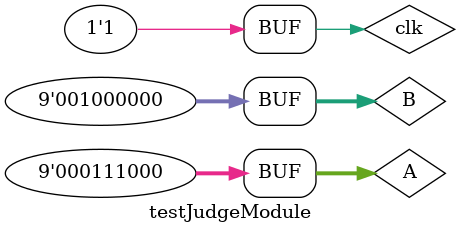
<source format=v>
`timescale 1ns / 1ps


module testJudgeModule;

	// Inputs
	reg clk;
	reg [8:0] A;
	reg [8:0] B;

	// Outputs
	wire [2:0] typeOut;

	// Instantiate the Unit Under Test (UUT)
	judgeChessForm uut (
		.clk(clk), 
		.A(A), 
		.B(B), 
		.typeOut(typeOut)
	);

	initial begin
		// Initialize Inputs
		clk = 0;
		A = 9'b00011110;
		B = 9'b00000001;
		// Wait 100 ns for global reset to finish
		#10;
      A = 9'b000111000;
		B = 9'b001000100;
		#10;
		A = 9'b000111000;
		B = 9'b001000000;
		// Add stimulus here

	end
	
	always begin
		clk=0;#1;
		clk=1;#1;
	end
      
endmodule


</source>
